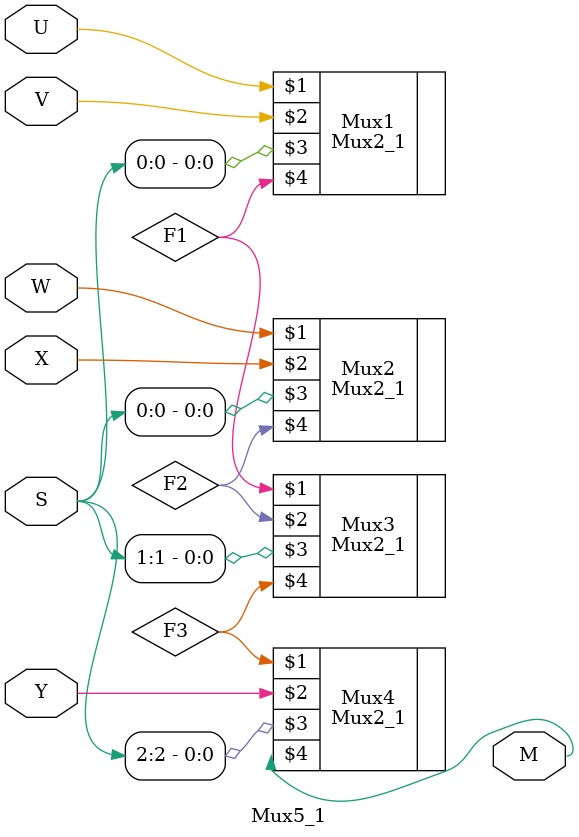
<source format=v>

module Mux5_1(U, V, W, X, Y, S, M); 
	input U, V, W, X, Y;    // Inputs 
	input [2:0] S;          // Select line
	output M;               // Output
	wire F1, F2, F3;        // The wires to connect MUXs
	
	// 4 instances of the 1-bit, 2 to 1 MUX:
	Mux2_1 Mux1(U, V, S[0], F1); 
	Mux2_1 Mux2(W, X, S[0], F2); 
	Mux2_1 Mux3(F1, F2, S[1], F3); 
	Mux2_1 Mux4(F3, Y, S[2], M);
endmodule
</source>
